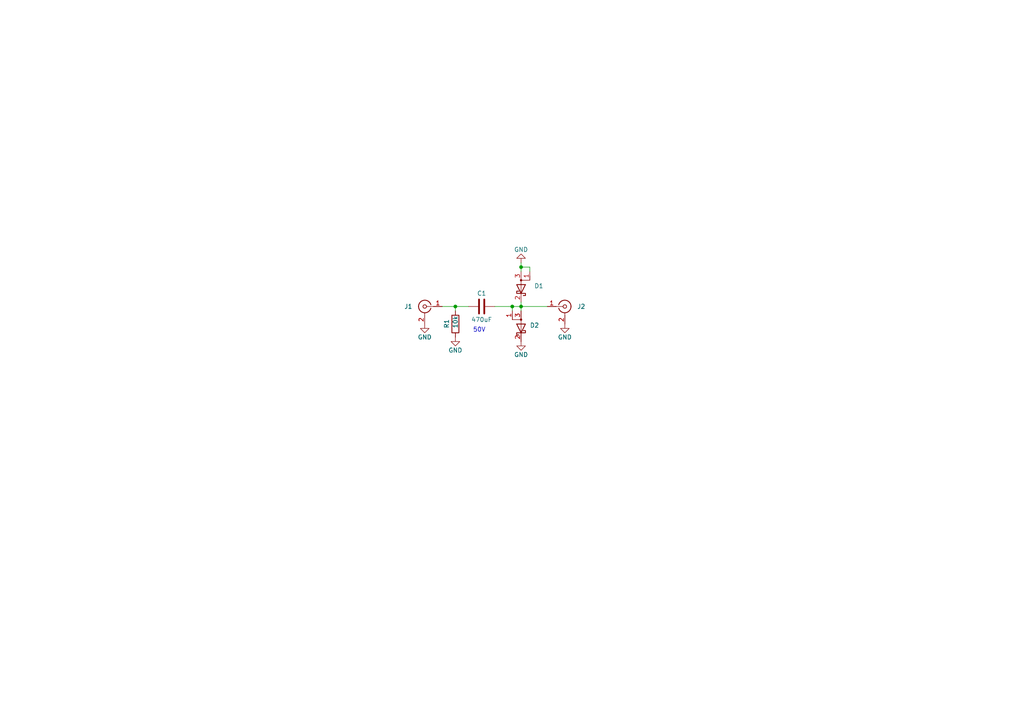
<source format=kicad_sch>
(kicad_sch (version 20211123) (generator eeschema)
  (paper "A4")
  (lib_symbols
    (symbol "Connector:Conn_Coaxial" (pin_names (offset 1.016) hide)
      (property "Reference" "J" (at 0.254 3.048 0))
      (property "Value" "Conn_Coaxial" (at 2.921 0 90))
      (symbol "Conn_Coaxial_0_1"
        (arc (start -1.778 -0.508) (mid 0.2311 -1.8066) (end 1.778 0) (stroke (width 0.254)))
        (polyline (pts (xy -2.54 0) (xy -0.508 0)))
        (polyline (pts (xy 0 -2.54) (xy 0 -1.778)))
        (circle (center 0 0) (radius 0.508) (stroke (width 0.2032)))
        (arc (start 1.778 0) (mid 0.2099 1.8101) (end -1.778 0.508) (stroke (width 0.254)))
      )
      (symbol "Conn_Coaxial_1_1"
        (pin passive line (at -5.08 0 0) (length 2.54) (name "In") (number "1"))
        (pin passive line (at 0 -5.08 90) (length 2.54) (name "Ext") (number "2"))
      )
    )
    (symbol "Device:C" (pin_numbers hide) (pin_names (offset 0.254))
      (property "Reference" "C" (at 0.635 2.54 0))
      (property "Value" "C" (at 0.635 -2.54 0))
      (symbol "C_0_1"
        (polyline (pts (xy -2.032 -0.762) (xy 2.032 -0.762)) (stroke (width 0.508)))
        (polyline (pts (xy -2.032 0.762) (xy 2.032 0.762)) (stroke (width 0.508)))
      )
      (symbol "C_1_1"
        (pin passive line (at 0 3.81 270) (length 2.794) (name "~") (number "1"))
        (pin passive line (at 0 -3.81 90) (length 2.794) (name "~") (number "2"))
      )
    )
    (symbol "Device:D_Schottky_AKA" (pin_names (offset 0) hide)
      (property "Reference" "D" (at 0 2.54 0))
      (property "Value" "D_Schottky_AKA" (at 0 -2.54 0))
      (symbol "D_Schottky_AKA_0_1"
        (polyline (pts (xy 1.27 1.27) (xy 1.27 -1.27) (xy -1.27 0) (xy 1.27 1.27)) (stroke (width 0.254)))
        (polyline (pts (xy 3.81 2.54) (xy 2.54 2.54) (xy 2.54 0) (xy -1.27 0)))
        (polyline (pts (xy -1.905 0.635) (xy -1.905 1.27) (xy -1.27 1.27) (xy -1.27 -1.27) (xy -0.635 -1.27) (xy -0.635 -0.635)) (stroke (width 0.254)))
        (circle (center 2.54 0) (radius 0.254) (fill (type outline)))
      )
      (symbol "D_Schottky_AKA_1_1"
        (pin input line (at 5.08 2.54 180) (length 2.54) (name "A") (number "1"))
        (pin passive line (at -3.81 0 0) (length 2.54) (name "K") (number "2"))
        (pin passive line (at 5.08 0 180) (length 2.54) (name "A") (number "3"))
      )
    )
    (symbol "Device:R" (pin_numbers hide) (pin_names (offset 0))
      (property "Reference" "R" (at 2.032 0 90))
      (property "Value" "R" (at 0 0 90))
      (symbol "R_0_1"
        (rectangle (start -1.016 -2.54) (end 1.016 2.54) (stroke (width 0.254)))
      )
      (symbol "R_1_1"
        (pin passive line (at 0 3.81 270) (length 1.27) (name "~") (number "1"))
        (pin passive line (at 0 -3.81 90) (length 1.27) (name "~") (number "2"))
      )
    )
    (symbol "power:GND" (power) (pin_names (offset 0))
      (property "Value" "GND" (at 0 -3.81 0))
      (symbol "GND_0_1"
        (polyline (pts (xy 0 0) (xy 0 -1.27) (xy 1.27 -1.27) (xy 0 -2.54) (xy -1.27 -1.27) (xy 0 -1.27)))
      )
      (symbol "GND_1_1"
        (pin power_in line (at 0 0 270) (length 0) hide (name "GND") (number "1"))
      )
    )
  )
  (junction (at 151.13 77.47))
  (junction (at 151.13 88.9))
  (junction (at 132.08 88.9))
  (junction (at 148.59 88.9))
  (wire (pts (xy 153.67 78.74) (xy 153.67 77.47)))
  (wire (pts (xy 151.13 77.47) (xy 153.67 77.47)))
  (wire (pts (xy 148.59 88.9) (xy 148.59 90.17)))
  (wire (pts (xy 151.13 77.47) (xy 151.13 78.74)))
  (wire (pts (xy 151.13 76.2) (xy 151.13 77.47)))
  (wire (pts (xy 151.13 87.63) (xy 151.13 88.9)))
  (wire (pts (xy 148.59 88.9) (xy 151.13 88.9)))
  (wire (pts (xy 132.08 88.9) (xy 132.08 90.17)))
  (wire (pts (xy 132.08 88.9) (xy 135.89 88.9)))
  (wire (pts (xy 143.51 88.9) (xy 148.59 88.9)))
  (wire (pts (xy 151.13 88.9) (xy 151.13 90.17)))
  (wire (pts (xy 128.27 88.9) (xy 132.08 88.9)))
  (wire (pts (xy 151.13 88.9) (xy 158.75 88.9)))
  (text "50V" (at 137.16 96.52 0) (effects (font (size 1.27 1.27)) (justify left bottom)))
  (symbol (lib_id "power:GND") (at 132.08 97.79 0) (unit 1)
    (property "Reference" "#PWR01" (effects hide))
    (property "Value" "GND" (at 132.08 101.6 0))
  )
  (symbol (lib_id "Device:D_Schottky_AKA") (at 151.13 95.25 90) (unit 1)
    (property "Reference" "D2" (at 153.67 94.3609 90) (effects (justify right)))
    (property "Value" "D_Schottky_AKA" (effects hide))
    (property "Footprint" "library:CLA4607-085LF" (effects hide))
  )
  (symbol (lib_id "power:GND") (at 151.13 99.06 0) (mirror y) (unit 1)
    (property "Reference" "#PWR03" (effects hide))
    (property "Value" "GND" (at 151.13 102.87 0))
  )
  (symbol (lib_id "Device:D_Schottky_AKA") (at 151.13 83.82 270) (mirror x) (unit 1)
    (property "Reference" "D1" (at 154.94 82.9309 90) (effects (justify left)))
    (property "Value" "D_Schottky_AKA" (effects hide))
    (property "Footprint" "library:CLA4607-085LF" (effects hide))
  )
  (symbol (lib_id "Connector:Conn_Coaxial") (at 163.83 88.9 0) (unit 1)
    (property "Reference" "J2" (at 168.5925 88.9 0))
    (property "Value" "COAX" (effects hide))
    (property "Footprint" "library:SMA_ALIEXPRESS" (effects hide))
    (property "Datasheet" " ~" (effects hide))
    (property "Field4" "https://www.digikey.com/en/products/detail/cinch-connectivity-solutions-johnson/142-0701-851/273369" (effects hide))
  )
  (symbol (lib_id "Connector:Conn_Coaxial") (at 123.19 88.9 0) (mirror y) (unit 1)
    (property "Reference" "J1" (at 118.4275 88.9 0))
    (property "Value" "COAX" (effects hide))
    (property "Footprint" "library:SMA_ALIEXPRESS" (effects hide))
    (property "Datasheet" " ~" (effects hide))
    (property "Field4" "https://www.digikey.com/en/products/detail/cinch-connectivity-solutions-johnson/142-0701-851/273369" (effects hide))
  )
  (symbol (lib_id "Device:R") (at 132.08 93.98 0) (unit 1)
    (property "Reference" "R1" (at 129.54 95.25 90) (effects (justify left)))
    (property "Value" "10k" (at 132.08 95.25 90) (effects (justify left)))
    (property "Footprint" "Resistor_SMD:R_0805_2012Metric" (effects hide))
  )
  (symbol (lib_id "Device:C") (at 139.7 88.9 90) (unit 1)
    (property "Reference" "C1" (at 139.7 85.09 90))
    (property "Value" "470uF" (at 139.7 92.71 90))
    (property "Footprint" "Capacitor_THT:CP_Radial_D16.0mm_P7.50mm" (effects hide))
    (property "Datasheet" "https://www.digikey.com/en/products/detail/panasonic-electronic-components/ECE-A1HN471U/228310" (effects hide))
    (property "Field4" "https://www.digikey.com/en/products/detail/panasonic-electronic-components/ECE-A1HN471U/228310" (effects hide))
  )
  (symbol (lib_id "power:GND") (at 151.13 76.2 0) (mirror x) (unit 1)
    (property "Reference" "#PWR02" (effects hide))
    (property "Value" "GND" (at 151.13 72.39 0))
  )
  (symbol (lib_id "power:GND") (at 123.19 93.98 0) (unit 1)
    (property "Reference" "#PWR0103" (effects hide))
    (property "Value" "GND" (at 123.19 97.79 0))
  )
  (symbol (lib_id "power:GND") (at 163.83 93.98 0) (mirror y) (unit 1)
    (property "Reference" "#PWR0101" (effects hide))
    (property "Value" "GND" (at 163.83 97.79 0))
  )
)
</source>
